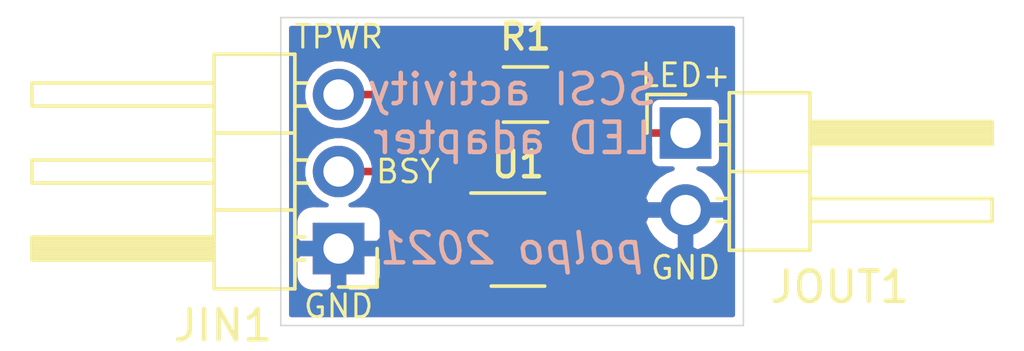
<source format=kicad_pcb>
(kicad_pcb (version 20211014) (generator pcbnew)
  (layers (0 "F.Cu" signal) (31 "B.Cu" signal) (34 "B.Paste" user) (35 "F.Paste" user) (36 "B.SilkS" user "B.Silkscreen") (37 "F.SilkS" user "F.Silkscreen") (38 "B.Mask" user) (39 "F.Mask" user) (44 "Edge.Cuts" user))
  (net 0 "")
  (net 1 "GND")
  (net 2 "Net-(JIN1-Pad2)")
  (net 3 "VCC")
  (net 4 "Net-(JOUT1-Pad1)")
  (net 5 "Net-(R1-Pad2)")
  (footprint "Connector_PinHeader_2.54mm:PinHeader_1x03_P2.54mm_Horizontal" (layer "F.Cu") (at 147.32 69.85 180)
    (fp_text reference "JIN1" (at 3.81 -2.54) (layer "F.SilkS"))
    (fp_text value "Conn_01x03_Male")
    (fp_line (start 1.44 6.41) (end 4.1 6.41) (layer "F.SilkS") (width 0.12))
    (fp_line (start 1.11 -0.38) (end 1.44 -0.38) (layer "F.SilkS") (width 0.12))
    (fp_line (start 10.1 0.38) (end 4.1 0.38) (layer "F.SilkS") (width 0.12))
    (fp_line (start 1.44 3.81) (end 4.1 3.81) (layer "F.SilkS") (width 0.12))
    (fp_line (start 4.1 -0.38) (end 10.1 -0.38) (layer "F.SilkS") (width 0.12))
    (fp_line (start 1.44 -1.33) (end 1.44 6.41) (layer "F.SilkS") (width 0.12))
    (fp_line (start 4.1 -0.32) (end 10.1 -0.32) (layer "F.SilkS") (width 0.12))
    (fp_line (start 4.1 -0.2) (end 10.1 -0.2) (layer "F.SilkS") (width 0.12))
    (fp_line (start 1.44 1.27) (end 4.1 1.27) (layer "F.SilkS") (width 0.12))
    (fp_line (start 4.1 -1.33) (end 1.44 -1.33) (layer "F.SilkS") (width 0.12))
    (fp_line (start 1.042929 5.46) (end 1.44 5.46) (layer "F.SilkS") (width 0.12))
    (fp_line (start -1.27 -1.27) (end 0 -1.27) (layer "F.SilkS") (width 0.12))
    (fp_line (start 4.1 0.16) (end 10.1 0.16) (layer "F.SilkS") (width 0.12))
    (fp_line (start 4.1 0.28) (end 10.1 0.28) (layer "F.SilkS") (width 0.12))
    (fp_line (start 4.1 6.41) (end 4.1 -1.33) (layer "F.SilkS") (width 0.12))
    (fp_line (start 4.1 -0.08) (end 10.1 -0.08) (layer "F.SilkS") (width 0.12))
    (fp_line (start -1.27 0) (end -1.27 -1.27) (layer "F.SilkS") (width 0.12))
    (fp_line (start 4.1 2.16) (end 10.1 2.16) (layer "F.SilkS") (width 0.12))
    (fp_line (start 10.1 2.16) (end 10.1 2.92) (layer "F.SilkS") (width 0.12))
    (fp_line (start 1.042929 4.7) (end 1.44 4.7) (layer "F.SilkS") (width 0.12))
    (fp_line (start 1.042929 2.16) (end 1.44 2.16) (layer "F.SilkS") (width 0.12))
    (fp_line (start 1.11 0.38) (end 1.44 0.38) (layer "F.SilkS") (width 0.12))
    (fp_line (start 10.1 5.46) (end 4.1 5.46) (layer "F.SilkS") (width 0.12))
    (fp_line (start 4.1 0.04) (end 10.1 0.04) (layer "F.SilkS") (width 0.12))
    (fp_line (start 4.1 4.7) (end 10.1 4.7) (layer "F.SilkS") (width 0.12))
    (fp_line (start 1.042929 2.92) (end 1.44 2.92) (layer "F.SilkS") (width 0.12))
    (fp_line (start 10.1 2.92) (end 4.1 2.92) (layer "F.SilkS") (width 0.12))
    (fp_line (start 10.1 4.7) (end 10.1 5.46) (layer "F.SilkS") (width 0.12))
    (fp_line (start 10.1 -0.38) (end 10.1 0.38) (layer "F.SilkS") (width 0.12))
    (pad "1" thru_hole rect locked (at 0 0 180) (size 1.7 1.7) (drill 1) (layers *.Cu *.Mask) (net 1 "GND"))
    (pad "2" thru_hole oval locked (at 0 2.54 180) (size 1.7 1.7) (drill 1) (layers *.Cu *.Mask) (net 2 "Net-(JIN1-Pad2)"))
    (pad "3" thru_hole oval locked (at 0 5.08 180) (size 1.7 1.7) (drill 1) (layers *.Cu *.Mask) (net 3 "VCC"))
  )
  (footprint "Connector_PinHeader_2.54mm:PinHeader_1x02_P2.54mm_Horizontal" (layer "F.Cu") (at 158.75 66.04)
    (fp_text reference "JOUT1" (at 5.08 5.08) (layer "F.SilkS"))
    (fp_text value "Conn_01x02_Male")
    (fp_line (start 4.1 0.04) (end 10.1 0.04) (layer "F.SilkS") (width 0.12))
    (fp_line (start 4.1 -0.08) (end 10.1 -0.08) (layer "F.SilkS") (width 0.12))
    (fp_line (start 1.44 -1.33) (end 1.44 3.87) (layer "F.SilkS") (width 0.12))
    (fp_line (start 1.44 1.27) (end 4.1 1.27) (layer "F.SilkS") (width 0.12))
    (fp_line (start 4.1 3.87) (end 4.1 -1.33) (layer "F.SilkS") (width 0.12))
    (fp_line (start 4.1 -0.2) (end 10.1 -0.2) (layer "F.SilkS") (width 0.12))
    (fp_line (start 4.1 -0.38) (end 10.1 -0.38) (layer "F.SilkS") (width 0.12))
    (fp_line (start 4.1 -0.32) (end 10.1 -0.32) (layer "F.SilkS") (width 0.12))
    (fp_line (start 4.1 -1.33) (end 1.44 -1.33) (layer "F.SilkS") (width 0.12))
    (fp_line (start 1.11 -0.38) (end 1.44 -0.38) (layer "F.SilkS") (width 0.12))
    (fp_line (start 10.1 0.38) (end 4.1 0.38) (layer "F.SilkS") (width 0.12))
    (fp_line (start 1.042929 2.92) (end 1.44 2.92) (layer "F.SilkS") (width 0.12))
    (fp_line (start 4.1 2.16) (end 10.1 2.16) (layer "F.SilkS") (width 0.12))
    (fp_line (start -1.27 0) (end -1.27 -1.27) (layer "F.SilkS") (width 0.12))
    (fp_line (start 4.1 0.28) (end 10.1 0.28) (layer "F.SilkS") (width 0.12))
    (fp_line (start -1.27 -1.27) (end 0 -1.27) (layer "F.SilkS") (width 0.12))
    (fp_line (start 10.1 2.16) (end 10.1 2.92) (layer "F.SilkS") (width 0.12))
    (fp_line (start 1.11 0.38) (end 1.44 0.38) (layer "F.SilkS") (width 0.12))
    (fp_line (start 1.44 3.87) (end 4.1 3.87) (layer "F.SilkS") (width 0.12))
    (fp_line (start 10.1 -0.38) (end 10.1 0.38) (layer "F.SilkS") (width 0.12))
    (fp_line (start 1.042929 2.16) (end 1.44 2.16) (layer "F.SilkS") (width 0.12))
    (fp_line (start 4.1 0.16) (end 10.1 0.16) (layer "F.SilkS") (width 0.12))
    (fp_line (start 10.1 2.92) (end 4.1 2.92) (layer "F.SilkS") (width 0.12))
    (pad "1" thru_hole rect locked (at 0 0) (size 1.7 1.7) (drill 1) (layers *.Cu *.Mask) (net 4 "Net-(JOUT1-Pad1)"))
    (pad "2" thru_hole oval locked (at 0 2.54) (size 1.7 1.7) (drill 1) (layers *.Cu *.Mask) (net 1 "GND"))
  )
  (footprint "Resistor_SMD:R_1206_3216Metric" (layer "F.Cu") (at 153.4775 64.77 180)
    (fp_text reference "R1" (at 0 1.905) (layer "F.SilkS") (effects (font (size 0.85 0.85))))
    (fp_text value "150")
    (fp_line (start -0.727064 0.91) (end 0.727064 0.91) (layer "F.SilkS") (width 0.12))
    (fp_line (start -0.727064 -0.91) (end 0.727064 -0.91) (layer "F.SilkS") (width 0.12))
    (pad "1" smd roundrect locked (at -1.4625 0 180) (size 1.125 1.75) (layers "F.Cu" "F.Paste" "F.Mask") (roundrect_rratio 0.222222) (net 4 "Net-(JOUT1-Pad1)"))
    (pad "2" smd roundrect locked (at 1.4625 0 180) (size 1.125 1.75) (layers "F.Cu" "F.Paste" "F.Mask") (roundrect_rratio 0.222222) (net 5 "Net-(R1-Pad2)"))
  )
  (footprint "Package_TO_SOT_SMD:TSOT-23-5_HandSoldering" (layer "F.Cu") (at 153.23 69.53)
    (fp_text reference "U1" (at 0 -2.45) (layer "F.SilkS") (effects (font (size 0.85 0.85))))
    (fp_text value "74AHC1G04")
    (fp_line (start 0.88 -1.51) (end -1.55 -1.51) (layer "F.SilkS") (width 0.12))
    (fp_line (start -0.88 1.56) (end 0.88 1.56) (layer "F.SilkS") (width 0.12))
    (pad "1" smd rect locked (at -1.71 -0.95) (size 2 0.65) (layers "F.Cu" "F.Paste" "F.Mask"))
    (pad "2" smd rect locked (at -1.71 0) (size 2 0.65) (layers "F.Cu" "F.Paste" "F.Mask") (net 2 "Net-(JIN1-Pad2)"))
    (pad "3" smd rect locked (at -1.71 0.95) (size 2 0.65) (layers "F.Cu" "F.Paste" "F.Mask") (net 1 "GND"))
    (pad "4" smd rect locked (at 1.71 0.95) (size 2 0.65) (layers "F.Cu" "F.Paste" "F.Mask") (net 5 "Net-(R1-Pad2)"))
    (pad "5" smd rect locked (at 1.71 -0.95) (size 2 0.65) (layers "F.Cu" "F.Paste" "F.Mask") (net 3 "VCC"))
  )
  (gr_line (start 160.655 72.39) (end 160.655 62.23) (layer "Edge.Cuts") (width 0.05))
  (gr_line (start 145.415 62.23) (end 145.415 72.39) (layer "Edge.Cuts") (width 0.05))
  (gr_line (start 145.415 72.39) (end 160.655 72.39) (layer "Edge.Cuts") (width 0.05))
  (gr_line (start 145.415 62.23) (end 160.655 62.23) (layer "Edge.Cuts") (width 0.05))
  (gr_text "polpo 2021" (at 153.035 69.85) (layer "B.SilkS") (effects (font (size 1 1) (thickness 0.15) italic) (justify mirror)))
  (gr_text "SCSI activity\nLED adapter" (at 153.035 65.405) (layer "B.SilkS") (effects (font (size 1 1)) (justify mirror)))
  (gr_text "GND" (at 158.75 70.485) (layer "F.SilkS") (effects (font (size 0.75 0.75) (thickness 0.1))))
  (gr_text "BSY" (at 149.606 67.31) (layer "F.SilkS") (effects (font (size 0.75 0.75) (thickness 0.1))))
  (gr_text "LED+" (at 158.75 64.135) (layer "F.SilkS") (effects (font (size 0.75 0.75) (thickness 0.1))))
  (gr_text "GND" (at 147.32 71.755) (layer "F.SilkS") (effects (font (size 0.75 0.75) (thickness 0.1))))
  (gr_text "TPWR" (at 147.32 62.865) (layer "F.SilkS") (effects (font (size 0.75 0.75) (thickness 0.1))))
  (segment (start 147.32 69.85) (end 148.59 69.85) (width 0.25) (layer "F.Cu") (net 1))
  (segment (start 158.75 69.85) (end 158.75 68.58) (width 0.25) (layer "F.Cu") (net 1))
  (segment (start 152.395 70.48) (end 153.67 71.755) (width 0.25) (layer "F.Cu") (net 1))
  (segment (start 149.22 70.48) (end 151.52 70.48) (width 0.25) (layer "F.Cu") (net 1))
  (segment (start 153.67 71.755) (end 156.845 71.755) (width 0.25) (layer "F.Cu") (net 1))
  (segment (start 148.59 69.85) (end 149.22 70.48) (width 0.25) (layer "F.Cu") (net 1))
  (segment (start 156.845 71.755) (end 158.75 69.85) (width 0.25) (layer "F.Cu") (net 1))
  (segment (start 151.52 70.48) (end 152.395 70.48) (width 0.25) (layer "F.Cu") (net 1))
  (segment (start 147.32 67.31) (end 148.59 67.31) (width 0.25) (layer "F.Cu") (net 2))
  (segment (start 150.559998 69.53) (end 151.52 69.53) (width 0.25) (layer "F.Cu") (net 2))
  (segment (start 149.225 68.195002) (end 150.559998 69.53) (width 0.25) (layer "F.Cu") (net 2))
  (segment (start 149.225 67.945) (end 149.225 68.195002) (width 0.25) (layer "F.Cu") (net 2))
  (segment (start 148.59 67.31) (end 149.225 67.945) (width 0.25) (layer "F.Cu") (net 2))
  (segment (start 153.67 67.31) (end 154.94 68.58) (width 0.25) (layer "F.Cu") (net 3))
  (segment (start 148.59 64.77) (end 151.13 67.31) (width 0.25) (layer "F.Cu") (net 3))
  (segment (start 147.32 64.77) (end 148.59 64.77) (width 0.25) (layer "F.Cu") (net 3))
  (segment (start 151.13 67.31) (end 153.67 67.31) (width 0.25) (layer "F.Cu") (net 3))
  (segment (start 155.575 64.77) (end 156.845 66.04) (width 0.25) (layer "F.Cu") (net 4))
  (segment (start 156.845 66.04) (end 158.75 66.04) (width 0.25) (layer "F.Cu") (net 4))
  (segment (start 154.94 64.77) (end 155.575 64.77) (width 0.25) (layer "F.Cu") (net 4))
  (segment (start 156.21 66.675) (end 154.305 66.675) (width 0.25) (layer "F.Cu") (net 5))
  (segment (start 154.305 66.675) (end 152.4 64.77) (width 0.25) (layer "F.Cu") (net 5))
  (segment (start 152.4 64.77) (end 152.015 64.77) (width 0.25) (layer "F.Cu") (net 5))
  (segment (start 156.205 70.48) (end 156.845 69.84) (width 0.25) (layer "F.Cu") (net 5))
  (segment (start 156.845 69.84) (end 156.845 67.31) (width 0.25) (layer "F.Cu") (net 5))
  (segment (start 154.94 70.48) (end 156.205 70.48) (width 0.25) (layer "F.Cu") (net 5))
  (segment (start 156.845 67.31) (end 156.21 66.675) (width 0.25) (layer "F.Cu") (net 5))
  (zone (net 1) (net_name "GND") (layer "F.Cu") (connect_pads (clearance 0.25)) (min_thickness 0.15) (fill yes (thermal_gap 0.508) (thermal_bridge_width 0.508))
    (polygon (pts (xy 160.655 72.39) (xy 145.415 72.39) (xy 145.415 62.23) (xy 160.655 62.23)))
  )
  (zone (net 1) (net_name "GND") (layer "B.Cu") (connect_pads (clearance 0.25)) (min_thickness 0.15) (fill yes (thermal_gap 0.508) (thermal_bridge_width 0.508))
    (polygon (pts (xy 160.655 72.39) (xy 145.415 72.39) (xy 145.415 62.23) (xy 160.655 62.23)))
  )
)
</source>
